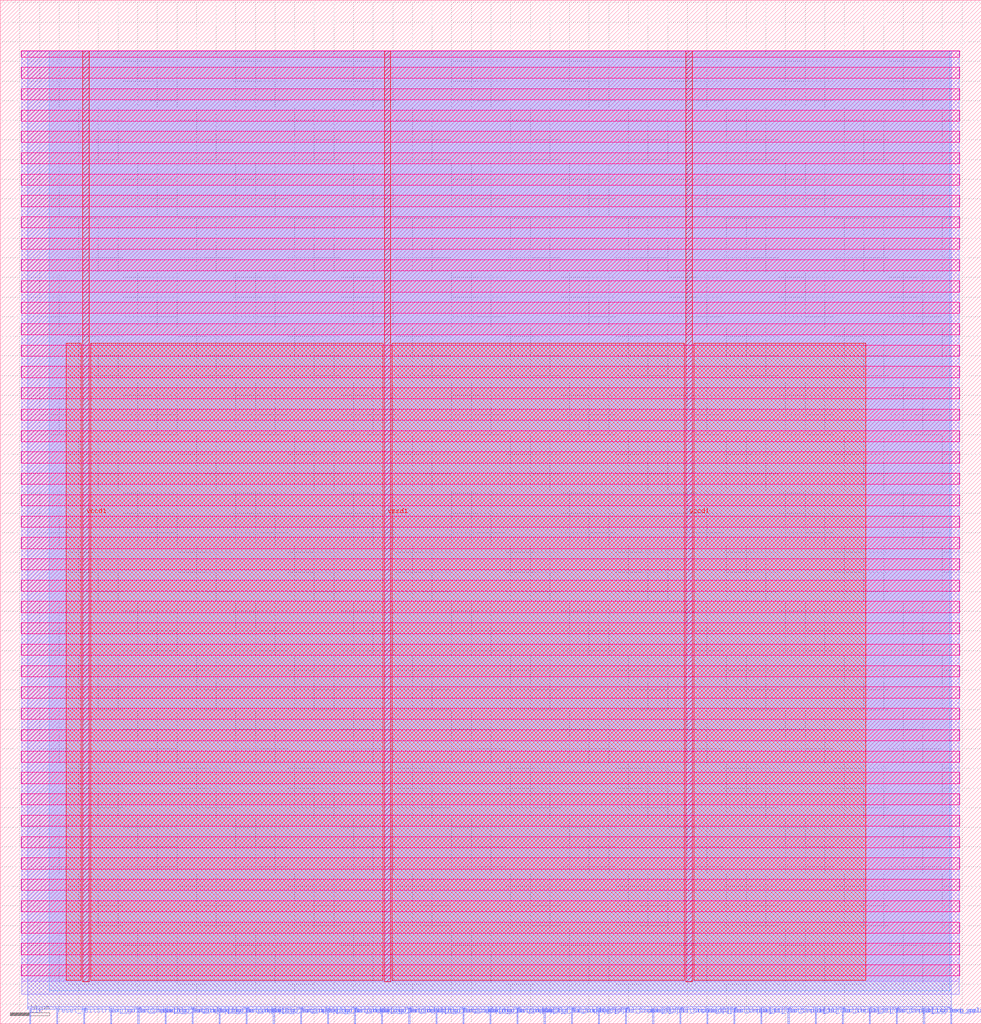
<source format=lef>
VERSION 5.7 ;
  NOWIREEXTENSIONATPIN ON ;
  DIVIDERCHAR "/" ;
  BUSBITCHARS "[]" ;
MACRO egd_top
  CLASS BLOCK ;
  FOREIGN egd_top ;
  ORIGIN 0.000 0.000 ;
  SIZE 249.865 BY 260.585 ;
  PIN BitStream_buffer_input[0]
    DIRECTION INPUT ;
    USE SIGNAL ;
    ANTENNAGATEAREA 0.247500 ;
    PORT
      LAYER met2 ;
        RECT 21.250 0.000 21.530 4.000 ;
    END
  END BitStream_buffer_input[0]
  PIN BitStream_buffer_input[10]
    DIRECTION INPUT ;
    USE SIGNAL ;
    ANTENNAGATEAREA 0.247500 ;
    PORT
      LAYER met2 ;
        RECT 159.250 0.000 159.530 4.000 ;
    END
  END BitStream_buffer_input[10]
  PIN BitStream_buffer_input[11]
    DIRECTION INPUT ;
    USE SIGNAL ;
    ANTENNAGATEAREA 0.247500 ;
    PORT
      LAYER met2 ;
        RECT 173.050 0.000 173.330 4.000 ;
    END
  END BitStream_buffer_input[11]
  PIN BitStream_buffer_input[12]
    DIRECTION INPUT ;
    USE SIGNAL ;
    ANTENNAGATEAREA 0.247500 ;
    PORT
      LAYER met2 ;
        RECT 186.850 0.000 187.130 4.000 ;
    END
  END BitStream_buffer_input[12]
  PIN BitStream_buffer_input[13]
    DIRECTION INPUT ;
    USE SIGNAL ;
    ANTENNAGATEAREA 0.247500 ;
    PORT
      LAYER met2 ;
        RECT 200.650 0.000 200.930 4.000 ;
    END
  END BitStream_buffer_input[13]
  PIN BitStream_buffer_input[14]
    DIRECTION INPUT ;
    USE SIGNAL ;
    ANTENNAGATEAREA 0.247500 ;
    PORT
      LAYER met2 ;
        RECT 214.450 0.000 214.730 4.000 ;
    END
  END BitStream_buffer_input[14]
  PIN BitStream_buffer_input[15]
    DIRECTION INPUT ;
    USE SIGNAL ;
    ANTENNAGATEAREA 0.247500 ;
    PORT
      LAYER met2 ;
        RECT 228.250 0.000 228.530 4.000 ;
    END
  END BitStream_buffer_input[15]
  PIN BitStream_buffer_input[1]
    DIRECTION INPUT ;
    USE SIGNAL ;
    ANTENNAGATEAREA 0.247500 ;
    PORT
      LAYER met2 ;
        RECT 35.050 0.000 35.330 4.000 ;
    END
  END BitStream_buffer_input[1]
  PIN BitStream_buffer_input[2]
    DIRECTION INPUT ;
    USE SIGNAL ;
    ANTENNAGATEAREA 0.247500 ;
    PORT
      LAYER met2 ;
        RECT 48.850 0.000 49.130 4.000 ;
    END
  END BitStream_buffer_input[2]
  PIN BitStream_buffer_input[3]
    DIRECTION INPUT ;
    USE SIGNAL ;
    ANTENNAGATEAREA 0.247500 ;
    PORT
      LAYER met2 ;
        RECT 62.650 0.000 62.930 4.000 ;
    END
  END BitStream_buffer_input[3]
  PIN BitStream_buffer_input[4]
    DIRECTION INPUT ;
    USE SIGNAL ;
    ANTENNAGATEAREA 0.247500 ;
    PORT
      LAYER met2 ;
        RECT 76.450 0.000 76.730 4.000 ;
    END
  END BitStream_buffer_input[4]
  PIN BitStream_buffer_input[5]
    DIRECTION INPUT ;
    USE SIGNAL ;
    ANTENNAGATEAREA 0.426000 ;
    PORT
      LAYER met2 ;
        RECT 90.250 0.000 90.530 4.000 ;
    END
  END BitStream_buffer_input[5]
  PIN BitStream_buffer_input[6]
    DIRECTION INPUT ;
    USE SIGNAL ;
    ANTENNAGATEAREA 0.247500 ;
    PORT
      LAYER met2 ;
        RECT 104.050 0.000 104.330 4.000 ;
    END
  END BitStream_buffer_input[6]
  PIN BitStream_buffer_input[7]
    DIRECTION INPUT ;
    USE SIGNAL ;
    ANTENNAGATEAREA 0.247500 ;
    PORT
      LAYER met2 ;
        RECT 117.850 0.000 118.130 4.000 ;
    END
  END BitStream_buffer_input[7]
  PIN BitStream_buffer_input[8]
    DIRECTION INPUT ;
    USE SIGNAL ;
    ANTENNAGATEAREA 0.426000 ;
    PORT
      LAYER met2 ;
        RECT 131.650 0.000 131.930 4.000 ;
    END
  END BitStream_buffer_input[8]
  PIN BitStream_buffer_input[9]
    DIRECTION INPUT ;
    USE SIGNAL ;
    ANTENNAGATEAREA 0.247500 ;
    PORT
      LAYER met2 ;
        RECT 145.450 0.000 145.730 4.000 ;
    END
  END BitStream_buffer_input[9]
  PIN clk
    DIRECTION INPUT ;
    USE SIGNAL ;
    ANTENNAGATEAREA 0.196500 ;
    PORT
      LAYER met2 ;
        RECT 7.450 0.000 7.730 4.000 ;
    END
  END clk
  PIN exp_golomb_decoding_output[0]
    DIRECTION OUTPUT TRISTATE ;
    USE SIGNAL ;
    ANTENNADIFFAREA 2.673000 ;
    PORT
      LAYER met2 ;
        RECT 28.150 0.000 28.430 4.000 ;
    END
  END exp_golomb_decoding_output[0]
  PIN exp_golomb_decoding_output[1]
    DIRECTION OUTPUT TRISTATE ;
    USE SIGNAL ;
    ANTENNADIFFAREA 2.673000 ;
    PORT
      LAYER met2 ;
        RECT 41.950 0.000 42.230 4.000 ;
    END
  END exp_golomb_decoding_output[1]
  PIN exp_golomb_decoding_output[2]
    DIRECTION OUTPUT TRISTATE ;
    USE SIGNAL ;
    ANTENNADIFFAREA 2.673000 ;
    PORT
      LAYER met2 ;
        RECT 55.750 0.000 56.030 4.000 ;
    END
  END exp_golomb_decoding_output[2]
  PIN exp_golomb_decoding_output[3]
    DIRECTION OUTPUT TRISTATE ;
    USE SIGNAL ;
    ANTENNADIFFAREA 2.673000 ;
    PORT
      LAYER met2 ;
        RECT 69.550 0.000 69.830 4.000 ;
    END
  END exp_golomb_decoding_output[3]
  PIN exp_golomb_decoding_output[4]
    DIRECTION OUTPUT TRISTATE ;
    USE SIGNAL ;
    ANTENNADIFFAREA 2.673000 ;
    PORT
      LAYER met2 ;
        RECT 83.350 0.000 83.630 4.000 ;
    END
  END exp_golomb_decoding_output[4]
  PIN exp_golomb_decoding_output[5]
    DIRECTION OUTPUT TRISTATE ;
    USE SIGNAL ;
    ANTENNADIFFAREA 2.673000 ;
    PORT
      LAYER met2 ;
        RECT 97.150 0.000 97.430 4.000 ;
    END
  END exp_golomb_decoding_output[5]
  PIN exp_golomb_decoding_output[6]
    DIRECTION OUTPUT TRISTATE ;
    USE SIGNAL ;
    ANTENNADIFFAREA 2.673000 ;
    PORT
      LAYER met2 ;
        RECT 110.950 0.000 111.230 4.000 ;
    END
  END exp_golomb_decoding_output[6]
  PIN exp_golomb_decoding_output[7]
    DIRECTION OUTPUT TRISTATE ;
    USE SIGNAL ;
    ANTENNADIFFAREA 2.673000 ;
    PORT
      LAYER met2 ;
        RECT 124.750 0.000 125.030 4.000 ;
    END
  END exp_golomb_decoding_output[7]
  PIN exp_golomb_sel[0]
    DIRECTION INPUT ;
    USE SIGNAL ;
    ANTENNAGATEAREA 0.159000 ;
    PORT
      LAYER met2 ;
        RECT 235.150 0.000 235.430 4.000 ;
    END
  END exp_golomb_sel[0]
  PIN exp_golomb_sel[1]
    DIRECTION INPUT ;
    USE SIGNAL ;
    ANTENNAGATEAREA 0.213000 ;
    PORT
      LAYER met2 ;
        RECT 242.050 0.000 242.330 4.000 ;
    END
  END exp_golomb_sel[1]
  PIN half_fill_counter[0]
    DIRECTION OUTPUT TRISTATE ;
    USE SIGNAL ;
    ANTENNADIFFAREA 2.673000 ;
    PORT
      LAYER met2 ;
        RECT 138.550 0.000 138.830 4.000 ;
    END
  END half_fill_counter[0]
  PIN half_fill_counter[1]
    DIRECTION OUTPUT TRISTATE ;
    USE SIGNAL ;
    ANTENNADIFFAREA 2.673000 ;
    PORT
      LAYER met2 ;
        RECT 152.350 0.000 152.630 4.000 ;
    END
  END half_fill_counter[1]
  PIN half_fill_counter[2]
    DIRECTION OUTPUT TRISTATE ;
    USE SIGNAL ;
    ANTENNADIFFAREA 2.673000 ;
    PORT
      LAYER met2 ;
        RECT 166.150 0.000 166.430 4.000 ;
    END
  END half_fill_counter[2]
  PIN reset_counter[0]
    DIRECTION OUTPUT TRISTATE ;
    USE SIGNAL ;
    ANTENNADIFFAREA 2.673000 ;
    PORT
      LAYER met2 ;
        RECT 179.950 0.000 180.230 4.000 ;
    END
  END reset_counter[0]
  PIN reset_counter[1]
    DIRECTION OUTPUT TRISTATE ;
    USE SIGNAL ;
    ANTENNADIFFAREA 2.673000 ;
    PORT
      LAYER met2 ;
        RECT 193.750 0.000 194.030 4.000 ;
    END
  END reset_counter[1]
  PIN reset_counter[2]
    DIRECTION OUTPUT TRISTATE ;
    USE SIGNAL ;
    ANTENNADIFFAREA 2.673000 ;
    PORT
      LAYER met2 ;
        RECT 207.550 0.000 207.830 4.000 ;
    END
  END reset_counter[2]
  PIN reset_counter[3]
    DIRECTION OUTPUT TRISTATE ;
    USE SIGNAL ;
    ANTENNADIFFAREA 2.673000 ;
    PORT
      LAYER met2 ;
        RECT 221.350 0.000 221.630 4.000 ;
    END
  END reset_counter[3]
  PIN reset_n
    DIRECTION INPUT ;
    USE SIGNAL ;
    ANTENNAGATEAREA 0.247500 ;
    PORT
      LAYER met2 ;
        RECT 14.350 0.000 14.630 4.000 ;
    END
  END reset_n
  PIN vccd1
    DIRECTION INOUT ;
    USE POWER ;
    PORT
      LAYER met4 ;
        RECT 21.040 10.640 22.640 247.760 ;
    END
    PORT
      LAYER met4 ;
        RECT 174.640 10.640 176.240 247.760 ;
    END
  END vccd1
  PIN vssd1
    DIRECTION INOUT ;
    USE GROUND ;
    PORT
      LAYER met4 ;
        RECT 97.840 10.640 99.440 247.760 ;
    END
  END vssd1
  OBS
      LAYER nwell ;
        RECT 5.330 246.105 244.450 247.710 ;
        RECT 5.330 240.665 244.450 243.495 ;
        RECT 5.330 235.225 244.450 238.055 ;
        RECT 5.330 229.785 244.450 232.615 ;
        RECT 5.330 224.345 244.450 227.175 ;
        RECT 5.330 218.905 244.450 221.735 ;
        RECT 5.330 213.465 244.450 216.295 ;
        RECT 5.330 208.025 244.450 210.855 ;
        RECT 5.330 202.585 244.450 205.415 ;
        RECT 5.330 197.145 244.450 199.975 ;
        RECT 5.330 191.705 244.450 194.535 ;
        RECT 5.330 186.265 244.450 189.095 ;
        RECT 5.330 180.825 244.450 183.655 ;
        RECT 5.330 175.385 244.450 178.215 ;
        RECT 5.330 169.945 244.450 172.775 ;
        RECT 5.330 164.505 244.450 167.335 ;
        RECT 5.330 159.065 244.450 161.895 ;
        RECT 5.330 153.625 244.450 156.455 ;
        RECT 5.330 148.185 244.450 151.015 ;
        RECT 5.330 142.745 244.450 145.575 ;
        RECT 5.330 137.305 244.450 140.135 ;
        RECT 5.330 131.865 244.450 134.695 ;
        RECT 5.330 126.425 244.450 129.255 ;
        RECT 5.330 120.985 244.450 123.815 ;
        RECT 5.330 115.545 244.450 118.375 ;
        RECT 5.330 110.105 244.450 112.935 ;
        RECT 5.330 104.665 244.450 107.495 ;
        RECT 5.330 99.225 244.450 102.055 ;
        RECT 5.330 93.785 244.450 96.615 ;
        RECT 5.330 88.345 244.450 91.175 ;
        RECT 5.330 82.905 244.450 85.735 ;
        RECT 5.330 77.465 244.450 80.295 ;
        RECT 5.330 72.025 244.450 74.855 ;
        RECT 5.330 66.585 244.450 69.415 ;
        RECT 5.330 61.145 244.450 63.975 ;
        RECT 5.330 55.705 244.450 58.535 ;
        RECT 5.330 50.265 244.450 53.095 ;
        RECT 5.330 44.825 244.450 47.655 ;
        RECT 5.330 39.385 244.450 42.215 ;
        RECT 5.330 33.945 244.450 36.775 ;
        RECT 5.330 28.505 244.450 31.335 ;
        RECT 5.330 23.065 244.450 25.895 ;
        RECT 5.330 17.625 244.450 20.455 ;
        RECT 5.330 12.185 244.450 15.015 ;
      LAYER li1 ;
        RECT 5.520 10.795 244.260 247.605 ;
      LAYER met1 ;
        RECT 5.520 7.520 244.260 247.760 ;
      LAYER met2 ;
        RECT 7.000 4.280 242.260 247.705 ;
        RECT 7.000 3.670 7.170 4.280 ;
        RECT 8.010 3.670 14.070 4.280 ;
        RECT 14.910 3.670 20.970 4.280 ;
        RECT 21.810 3.670 27.870 4.280 ;
        RECT 28.710 3.670 34.770 4.280 ;
        RECT 35.610 3.670 41.670 4.280 ;
        RECT 42.510 3.670 48.570 4.280 ;
        RECT 49.410 3.670 55.470 4.280 ;
        RECT 56.310 3.670 62.370 4.280 ;
        RECT 63.210 3.670 69.270 4.280 ;
        RECT 70.110 3.670 76.170 4.280 ;
        RECT 77.010 3.670 83.070 4.280 ;
        RECT 83.910 3.670 89.970 4.280 ;
        RECT 90.810 3.670 96.870 4.280 ;
        RECT 97.710 3.670 103.770 4.280 ;
        RECT 104.610 3.670 110.670 4.280 ;
        RECT 111.510 3.670 117.570 4.280 ;
        RECT 118.410 3.670 124.470 4.280 ;
        RECT 125.310 3.670 131.370 4.280 ;
        RECT 132.210 3.670 138.270 4.280 ;
        RECT 139.110 3.670 145.170 4.280 ;
        RECT 146.010 3.670 152.070 4.280 ;
        RECT 152.910 3.670 158.970 4.280 ;
        RECT 159.810 3.670 165.870 4.280 ;
        RECT 166.710 3.670 172.770 4.280 ;
        RECT 173.610 3.670 179.670 4.280 ;
        RECT 180.510 3.670 186.570 4.280 ;
        RECT 187.410 3.670 193.470 4.280 ;
        RECT 194.310 3.670 200.370 4.280 ;
        RECT 201.210 3.670 207.270 4.280 ;
        RECT 208.110 3.670 214.170 4.280 ;
        RECT 215.010 3.670 221.070 4.280 ;
        RECT 221.910 3.670 227.970 4.280 ;
        RECT 228.810 3.670 234.870 4.280 ;
        RECT 235.710 3.670 241.770 4.280 ;
      LAYER met3 ;
        RECT 12.485 8.350 241.895 247.685 ;
      LAYER met4 ;
        RECT 16.855 11.055 20.640 173.225 ;
        RECT 23.040 11.055 97.440 173.225 ;
        RECT 99.840 11.055 174.240 173.225 ;
        RECT 176.640 11.055 220.505 173.225 ;
  END
END egd_top
END LIBRARY


</source>
